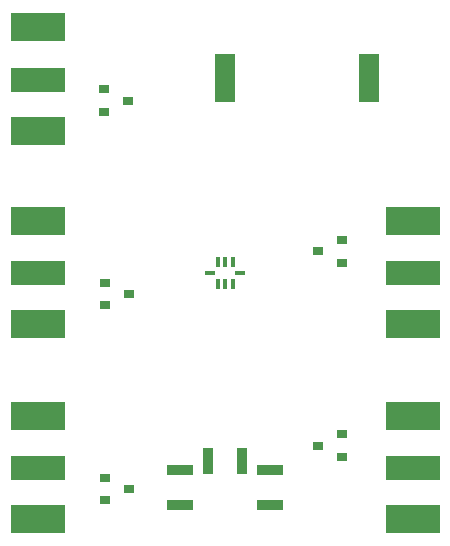
<source format=gbr>
G04 #@! TF.GenerationSoftware,KiCad,Pcbnew,(2017-05-02 revision e4d2924ee)-makepkg*
G04 #@! TF.CreationDate,2017-08-14T20:40:29-05:00*
G04 #@! TF.ProjectId,MiscRf,4D69736352662E6B696361645F706362,rev?*
G04 #@! TF.FileFunction,Paste,Top*
G04 #@! TF.FilePolarity,Positive*
%FSLAX46Y46*%
G04 Gerber Fmt 4.6, Leading zero omitted, Abs format (unit mm)*
G04 Created by KiCad (PCBNEW (2017-05-02 revision e4d2924ee)-makepkg) date 08/14/17 20:40:29*
%MOMM*%
%LPD*%
G01*
G04 APERTURE LIST*
%ADD10C,0.100000*%
%ADD11R,1.800000X4.050000*%
%ADD12R,0.810000X0.720000*%
%ADD13R,4.572000X2.354580*%
%ADD14R,4.572000X2.057400*%
%ADD15R,2.250000X0.810000*%
%ADD16R,0.810000X2.250000*%
%ADD17R,0.315000X0.900000*%
%ADD18R,0.900000X0.315000*%
G04 APERTURE END LIST*
D10*
D11*
X177165000Y-57150000D03*
X189365000Y-57150000D03*
D12*
X168910000Y-59055000D03*
X166910000Y-60005000D03*
X166910000Y-58105000D03*
X167005000Y-74488000D03*
X167005000Y-76388000D03*
X169005000Y-75438000D03*
X169005000Y-91948000D03*
X167005000Y-92898000D03*
X167005000Y-90998000D03*
X185055000Y-71816000D03*
X187055000Y-70866000D03*
X187055000Y-72766000D03*
X187055000Y-89215000D03*
X187055000Y-87315000D03*
X185055000Y-88265000D03*
D13*
X161290000Y-61595000D03*
X161290000Y-52832000D03*
D14*
X161290000Y-57277000D03*
X161290000Y-73660000D03*
D13*
X161290000Y-69215000D03*
X161290000Y-77978000D03*
X193040000Y-77978000D03*
X193040000Y-69215000D03*
D14*
X193040000Y-73660000D03*
X161290000Y-90170000D03*
D13*
X161290000Y-85725000D03*
X161290000Y-94488000D03*
X193040000Y-94488000D03*
X193040000Y-85725000D03*
D14*
X193040000Y-90170000D03*
D15*
X173355000Y-93271000D03*
X173355000Y-90371000D03*
D16*
X175715000Y-89535000D03*
X178615000Y-89535000D03*
D15*
X180975000Y-90371000D03*
X180975000Y-93271000D03*
D17*
X177815000Y-72760000D03*
X177165000Y-72760000D03*
X176515000Y-72760000D03*
D18*
X175890000Y-73660000D03*
D17*
X176515000Y-74560000D03*
X177165000Y-74560000D03*
X177815000Y-74560000D03*
D18*
X178440000Y-73660000D03*
M02*

</source>
